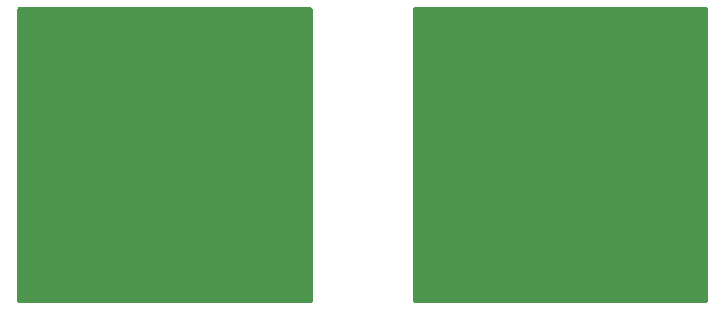
<source format=gbr>
%TF.GenerationSoftware,KiCad,Pcbnew,8.0.7*%
%TF.CreationDate,2025-07-18T11:32:33+12:00*%
%TF.ProjectId,esf1,65736631-2e6b-4696-9361-645f70636258,rev?*%
%TF.SameCoordinates,Original*%
%TF.FileFunction,Copper,L4,Bot*%
%TF.FilePolarity,Positive*%
%FSLAX46Y46*%
G04 Gerber Fmt 4.6, Leading zero omitted, Abs format (unit mm)*
G04 Created by KiCad (PCBNEW 8.0.7) date 2025-07-18 11:32:33*
%MOMM*%
%LPD*%
G01*
G04 APERTURE LIST*
G04 APERTURE END LIST*
%TA.AperFunction,NonConductor*%
G36*
X44090639Y-16019685D02*
G01*
X44136394Y-16072489D01*
X44147600Y-16124000D01*
X44147600Y-40876000D01*
X44127915Y-40943039D01*
X44075111Y-40988794D01*
X44023600Y-41000000D01*
X19271600Y-41000000D01*
X19204561Y-40980315D01*
X19158806Y-40927511D01*
X19147600Y-40876000D01*
X19147600Y-16124000D01*
X19167285Y-16056961D01*
X19220089Y-16011206D01*
X19271600Y-16000000D01*
X44023600Y-16000000D01*
X44090639Y-16019685D01*
G37*
%TD.AperFunction*%
%TA.AperFunction,NonConductor*%
G36*
X77590639Y-16019685D02*
G01*
X77636394Y-16072489D01*
X77647600Y-16124000D01*
X77647600Y-40876000D01*
X77627915Y-40943039D01*
X77575111Y-40988794D01*
X77523600Y-41000000D01*
X52771600Y-41000000D01*
X52704561Y-40980315D01*
X52658806Y-40927511D01*
X52647600Y-40876000D01*
X52647600Y-16124000D01*
X52667285Y-16056961D01*
X52720089Y-16011206D01*
X52771600Y-16000000D01*
X77523600Y-16000000D01*
X77590639Y-16019685D01*
G37*
%TD.AperFunction*%
M02*

</source>
